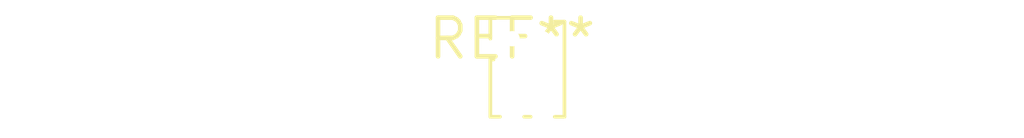
<source format=kicad_pcb>
(kicad_pcb (version 20240108) (generator pcbnew)
  (layers (0 "F.Cu" signal) (31 "B.Cu" signal) (34 "B.Paste" user) (35 "F.Paste" user) (36 "B.SilkS" user "B.Silkscreen") (37 "F.SilkS" user "F.Silkscreen") (38 "B.Mask" user) (39 "F.Mask" user) (44 "Edge.Cuts" user))
  (net 0 "")
  (footprint "PinHeader_2x03_P1.00mm_Vertical" (layer "F.Cu") (at 0 0)
    (property "Reference" "REF**")
    (property "Value" "PinHeader_2x03_P1.00mm_Vertical")
    (fp_line (start -0.71 -0.685) (end 0 -0.685) (layer "F.SilkS") (stroke (width 0.12)))
    (fp_line (start -0.71 0) (end -0.71 -0.685) (layer "F.SilkS") (stroke (width 0.12)))
    (fp_line (start -0.71 0.685) (end -0.71 2.56) (layer "F.SilkS") (stroke (width 0.12)))
    (fp_line (start -0.71 0.685) (end -0.608276 0.685) (layer "F.SilkS") (stroke (width 0.12)))
    (fp_line (start -0.71 2.56) (end -0.394493 2.56) (layer "F.SilkS") (stroke (width 0.12)))
    (fp_line (start 0.394493 2.56) (end 0.605507 2.56) (layer "F.SilkS") (stroke (width 0.12)))
    (fp_line (start 1.394493 -0.56) (end 1.71 -0.56) (layer "F.SilkS") (stroke (width 0.12)))
    (fp_line (start 1.394493 2.56) (end 1.71 2.56) (layer "F.SilkS") (stroke (width 0.12)))
    (fp_line (start 1.71 -0.56) (end 1.71 2.56) (layer "F.SilkS") (stroke (width 0.12)))
    (pad "1" thru_hole rect (at 0 0) (size 0.85 0.85) (drill 0.5) (layers *.Cu *.Mask) (remove_unused_layers))
    (pad "2" thru_hole oval (at 1 0) (size 0.85 0.85) (drill 0.5) (layers *.Cu *.Mask) (remove_unused_layers))
    (pad "3" thru_hole oval (at 0 1) (size 0.85 0.85) (drill 0.5) (layers *.Cu *.Mask) (remove_unused_layers))
    (pad "4" thru_hole oval (at 1 1) (size 0.85 0.85) (drill 0.5) (layers *.Cu *.Mask) (remove_unused_layers))
    (pad "5" thru_hole oval (at 0 2) (size 0.85 0.85) (drill 0.5) (layers *.Cu *.Mask) (remove_unused_layers))
    (pad "6" thru_hole oval (at 1 2) (size 0.85 0.85) (drill 0.5) (layers *.Cu *.Mask) (remove_unused_layers))
  )
)
</source>
